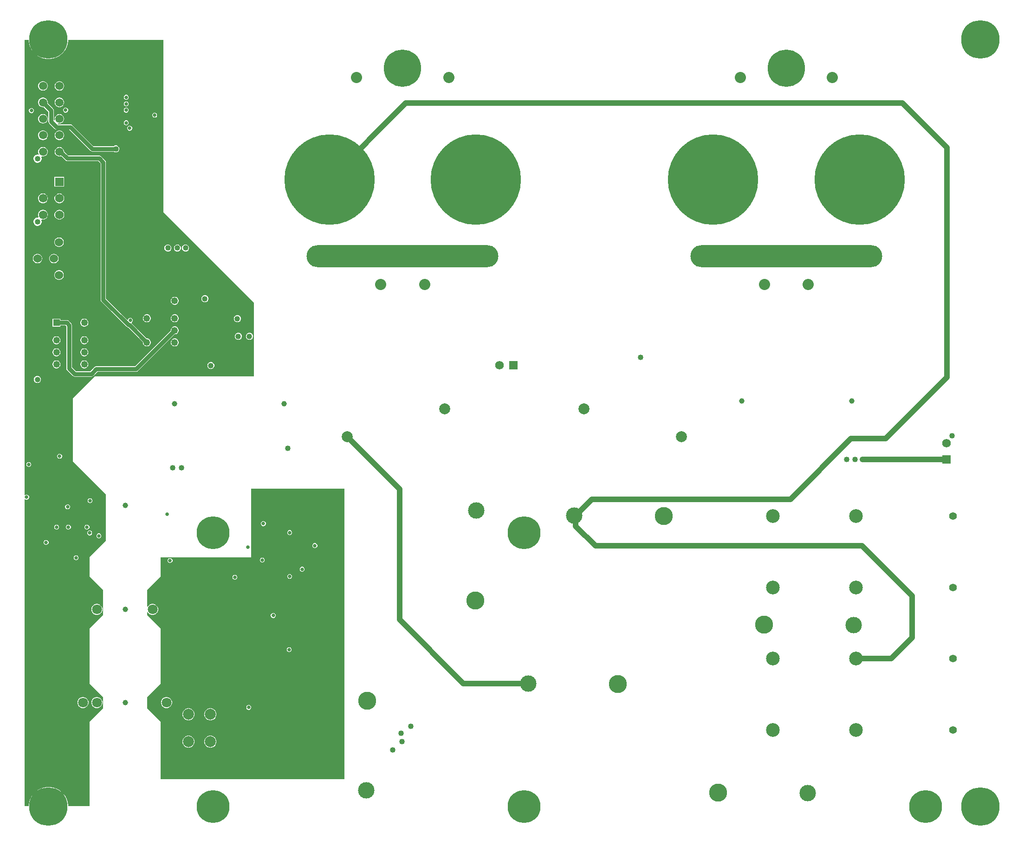
<source format=gbr>
%TF.GenerationSoftware,Altium Limited,Altium Designer,24.2.2 (26)*%
G04 Layer_Physical_Order=3*
G04 Layer_Color=16440176*
%FSLAX45Y45*%
%MOMM*%
%TF.SameCoordinates,E62911D3-7CC7-41A5-B2DD-A777233C8753*%
%TF.FilePolarity,Positive*%
%TF.FileFunction,Copper,L3,Inr,Signal*%
%TF.Part,Single*%
G01*
G75*
%TA.AperFunction,Conductor*%
%ADD54C,1.01600*%
%ADD55C,0.76200*%
%TA.AperFunction,ComponentPad*%
%ADD56C,3.30000*%
%ADD57C,3.00000*%
%ADD58C,7.00000*%
%ADD59C,6.00000*%
%ADD60C,1.40000*%
%ADD61C,2.50000*%
%ADD62O,35.00000X4.00000*%
%ADD63C,2.03200*%
%ADD64C,6.80000*%
%ADD65C,16.50000*%
%ADD66C,1.52400*%
%TA.AperFunction,WasherPad*%
%ADD67C,1.00000*%
%TA.AperFunction,ComponentPad*%
%ADD68C,2.00000*%
%ADD69C,1.57000*%
%ADD70R,1.57000X1.57000*%
%ADD71C,1.80000*%
%ADD72R,1.25000X1.25000*%
%ADD73C,1.25000*%
%ADD74R,1.57000X1.57000*%
%ADD75C,1.02000*%
%ADD76C,1.52000*%
%TA.AperFunction,ViaPad*%
%ADD78C,0.63500*%
%ADD79C,1.01600*%
G36*
X2600000Y11350000D02*
X4250000Y9700000D01*
Y8350000D01*
X1350000D01*
X950000Y7950000D01*
X950000D01*
Y6800000D01*
X1550000Y6200000D01*
Y5350000D01*
X1250000Y5050000D01*
Y4700000D01*
X1500000Y4450000D01*
X1500000Y4000000D01*
X1250000Y3750000D01*
Y2750000D01*
X1500000Y2500000D01*
Y2300000D01*
X1250000Y2050000D01*
Y511255D01*
X860160D01*
Y528345D01*
X851292Y584338D01*
X833774Y638253D01*
X808037Y688765D01*
X774715Y734629D01*
X734629Y774715D01*
X688765Y808037D01*
X638253Y833774D01*
X584338Y851292D01*
X528345Y860160D01*
X471655D01*
X415662Y851292D01*
X361747Y833774D01*
X311235Y808037D01*
X265371Y774715D01*
X225285Y734629D01*
X191963Y688765D01*
X166226Y638253D01*
X148708Y584338D01*
X139840Y528345D01*
Y511255D01*
X61338D01*
Y6106240D01*
X74038Y6111500D01*
X76421Y6109117D01*
X92758Y6102350D01*
X110442D01*
X126779Y6109117D01*
X139283Y6121621D01*
X146050Y6137958D01*
Y6155642D01*
X139283Y6171979D01*
X126779Y6184483D01*
X110442Y6191250D01*
X92758D01*
X76421Y6184483D01*
X74038Y6182100D01*
X61338Y6187360D01*
Y14488745D01*
X139840D01*
Y14471655D01*
X148708Y14415662D01*
X166226Y14361746D01*
X191963Y14311235D01*
X225285Y14265372D01*
X265371Y14225285D01*
X311235Y14191963D01*
X361747Y14166226D01*
X415662Y14148708D01*
X471655Y14139841D01*
X528345D01*
X584338Y14148708D01*
X638253Y14166226D01*
X688765Y14191963D01*
X734629Y14225285D01*
X774715Y14265372D01*
X808037Y14311235D01*
X833774Y14361746D01*
X851292Y14415662D01*
X860160Y14471655D01*
Y14488745D01*
X2600000D01*
Y11350000D01*
D02*
G37*
G36*
X5900000Y1000000D02*
X2550000D01*
Y2050000D01*
X2300000Y2300000D01*
Y2500000D01*
X2550000Y2750000D01*
Y3750000D01*
X2300000Y4000000D01*
X2300000D01*
Y4047485D01*
X2312700Y4050888D01*
X2319852Y4038500D01*
X2338501Y4019852D01*
X2361340Y4006666D01*
X2386814Y3999840D01*
X2413187D01*
X2438661Y4006666D01*
X2461500Y4019852D01*
X2480148Y4038500D01*
X2493334Y4061339D01*
X2500160Y4086813D01*
Y4113186D01*
X2493334Y4138660D01*
X2480148Y4161499D01*
X2461500Y4180148D01*
X2438661Y4193334D01*
X2413187Y4200159D01*
X2386814D01*
X2361340Y4193334D01*
X2338501Y4180148D01*
X2319852Y4161499D01*
X2312700Y4149111D01*
X2300000Y4152514D01*
Y4450000D01*
X2550000Y4700000D01*
Y5050000D01*
X4200000D01*
Y6300000D01*
X5900000D01*
Y1000000D01*
D02*
G37*
%LPC*%
G36*
X711343Y13736160D02*
X688657D01*
X666743Y13730289D01*
X647096Y13718945D01*
X631055Y13702904D01*
X619712Y13683257D01*
X613840Y13661343D01*
Y13638657D01*
X619712Y13616743D01*
X631055Y13597096D01*
X647096Y13581055D01*
X666743Y13569711D01*
X688657Y13563840D01*
X711343D01*
X733256Y13569711D01*
X752903Y13581055D01*
X768945Y13597096D01*
X780288Y13616743D01*
X786160Y13638657D01*
Y13661343D01*
X780288Y13683257D01*
X768945Y13702904D01*
X752903Y13718945D01*
X733256Y13730289D01*
X711343Y13736160D01*
D02*
G37*
G36*
X411343D02*
X388657D01*
X366743Y13730289D01*
X347097Y13718945D01*
X331055Y13702904D01*
X319712Y13683257D01*
X313840Y13661343D01*
Y13638657D01*
X319712Y13616743D01*
X331055Y13597096D01*
X347097Y13581055D01*
X366743Y13569711D01*
X388657Y13563840D01*
X411343D01*
X433256Y13569711D01*
X452903Y13581055D01*
X468945Y13597096D01*
X480288Y13616743D01*
X486160Y13638657D01*
Y13661343D01*
X480288Y13683257D01*
X468945Y13702904D01*
X452903Y13718945D01*
X433256Y13730289D01*
X411343Y13736160D01*
D02*
G37*
G36*
X1926542Y13486740D02*
X1908858D01*
X1892521Y13479971D01*
X1880017Y13467468D01*
X1873250Y13451131D01*
Y13433447D01*
X1880017Y13417111D01*
X1892521Y13404607D01*
X1908858Y13397839D01*
X1926542D01*
X1942879Y13404607D01*
X1955383Y13417111D01*
X1962150Y13433447D01*
Y13451131D01*
X1955383Y13467468D01*
X1942879Y13479971D01*
X1926542Y13486740D01*
D02*
G37*
G36*
Y13366400D02*
X1908858D01*
X1892521Y13359633D01*
X1880017Y13347128D01*
X1873250Y13330792D01*
Y13313109D01*
X1880017Y13296771D01*
X1892521Y13284268D01*
X1908858Y13277499D01*
X1926542D01*
X1942879Y13284268D01*
X1955383Y13296771D01*
X1962150Y13313109D01*
Y13330792D01*
X1955383Y13347128D01*
X1942879Y13359633D01*
X1926542Y13366400D01*
D02*
G37*
G36*
X711343Y13436160D02*
X688657D01*
X666743Y13430289D01*
X647096Y13418945D01*
X631055Y13402904D01*
X619712Y13383257D01*
X613840Y13361343D01*
Y13338657D01*
X619712Y13316743D01*
X631055Y13297096D01*
X647096Y13281055D01*
X666743Y13269711D01*
X688657Y13263840D01*
X711343D01*
X733256Y13269711D01*
X752903Y13281055D01*
X768945Y13297096D01*
X780288Y13316743D01*
X786160Y13338657D01*
Y13361343D01*
X780288Y13383257D01*
X768945Y13402904D01*
X752903Y13418945D01*
X733256Y13430289D01*
X711343Y13436160D01*
D02*
G37*
G36*
X1926542Y13252451D02*
X1908858D01*
X1892521Y13245683D01*
X1880017Y13233179D01*
X1873250Y13216843D01*
Y13199158D01*
X1880017Y13182822D01*
X1892521Y13170317D01*
X1908858Y13163550D01*
X1926542D01*
X1942879Y13170317D01*
X1955383Y13182822D01*
X1962150Y13199158D01*
Y13216843D01*
X1955383Y13233179D01*
X1942879Y13245683D01*
X1926542Y13252451D01*
D02*
G37*
G36*
X821642D02*
X803958D01*
X787621Y13245683D01*
X775117Y13233179D01*
X768350Y13216843D01*
Y13199158D01*
X775117Y13182822D01*
X787621Y13170317D01*
X803958Y13163550D01*
X821642D01*
X837979Y13170317D01*
X850483Y13182822D01*
X857250Y13199158D01*
Y13216843D01*
X850483Y13233179D01*
X837979Y13245683D01*
X821642Y13252451D01*
D02*
G37*
G36*
X197976Y13243896D02*
X180292D01*
X163955Y13237131D01*
X151451Y13224626D01*
X144684Y13208289D01*
Y13190607D01*
X151451Y13174269D01*
X163955Y13161765D01*
X180292Y13154997D01*
X197976D01*
X214313Y13161765D01*
X226817Y13174269D01*
X233584Y13190607D01*
Y13208289D01*
X226817Y13224626D01*
X214313Y13237131D01*
X197976Y13243896D01*
D02*
G37*
G36*
X2446034Y13159843D02*
X2428351D01*
X2412014Y13153076D01*
X2399510Y13140572D01*
X2392742Y13124236D01*
Y13106551D01*
X2399510Y13090215D01*
X2412014Y13077710D01*
X2428351Y13070943D01*
X2446034D01*
X2462371Y13077710D01*
X2474875Y13090215D01*
X2481642Y13106551D01*
Y13124236D01*
X2474875Y13140572D01*
X2462371Y13153076D01*
X2446034Y13159843D01*
D02*
G37*
G36*
X411343Y13436160D02*
X388657D01*
X366743Y13430289D01*
X347097Y13418945D01*
X331055Y13402904D01*
X319712Y13383257D01*
X313840Y13361343D01*
Y13338657D01*
X319712Y13316743D01*
X331055Y13297096D01*
X347097Y13281055D01*
X366743Y13269711D01*
X388657Y13263840D01*
X411343D01*
X415468Y13264944D01*
X500795Y13179619D01*
Y13000000D01*
X504540Y12981171D01*
X515206Y12965205D01*
X615207Y12865205D01*
X631170Y12854539D01*
X650000Y12850793D01*
X879619D01*
X1265207Y12465206D01*
X1281170Y12454540D01*
X1300000Y12450795D01*
X1690418D01*
X1695045Y12446167D01*
X1718384Y12436500D01*
X1743646D01*
X1766985Y12446167D01*
X1784848Y12464030D01*
X1794515Y12487369D01*
Y12512631D01*
X1784848Y12535970D01*
X1766985Y12553833D01*
X1743646Y12563500D01*
X1718384D01*
X1695045Y12553833D01*
X1690418Y12549205D01*
X1320382D01*
X934794Y12934793D01*
X918830Y12945461D01*
X900000Y12949205D01*
X674755D01*
X666945Y12958276D01*
X679778Y12966219D01*
X688657Y12963840D01*
X711343D01*
X733256Y12969711D01*
X752903Y12981055D01*
X768945Y12997096D01*
X780288Y13016743D01*
X786160Y13038657D01*
Y13061343D01*
X780288Y13083257D01*
X768945Y13102904D01*
X752903Y13118945D01*
X733256Y13130289D01*
X711343Y13136160D01*
X688657D01*
X666743Y13130289D01*
X647096Y13118945D01*
X631055Y13102904D01*
X619712Y13083257D01*
X613840Y13061343D01*
Y13038657D01*
X616219Y13029778D01*
X608276Y13016945D01*
X599205Y13024754D01*
Y13200000D01*
X595460Y13218829D01*
X584793Y13234793D01*
X485055Y13334532D01*
X486160Y13338657D01*
Y13361343D01*
X480288Y13383257D01*
X468945Y13402904D01*
X452903Y13418945D01*
X433256Y13430289D01*
X411343Y13436160D01*
D02*
G37*
G36*
Y13136160D02*
X388657D01*
X366743Y13130289D01*
X347097Y13118945D01*
X331055Y13102904D01*
X319712Y13083257D01*
X313840Y13061343D01*
Y13038657D01*
X319712Y13016743D01*
X331055Y12997096D01*
X347097Y12981055D01*
X366743Y12969711D01*
X388657Y12963840D01*
X411343D01*
X433256Y12969711D01*
X452903Y12981055D01*
X468945Y12997096D01*
X480288Y13016743D01*
X486160Y13038657D01*
Y13061343D01*
X480288Y13083257D01*
X468945Y13102904D01*
X452903Y13118945D01*
X433256Y13130289D01*
X411343Y13136160D01*
D02*
G37*
G36*
X1926542Y13021973D02*
X1908858D01*
X1892521Y13015205D01*
X1880017Y13002701D01*
X1873250Y12986365D01*
Y12968681D01*
X1880017Y12952344D01*
X1892521Y12939841D01*
X1908858Y12933072D01*
X1926542D01*
X1942879Y12939841D01*
X1955383Y12952344D01*
X1962150Y12968681D01*
Y12986365D01*
X1955383Y13002701D01*
X1942879Y13015205D01*
X1926542Y13021973D01*
D02*
G37*
G36*
X1990202Y12922090D02*
X1972518D01*
X1956181Y12915323D01*
X1943677Y12902818D01*
X1936910Y12886482D01*
Y12868797D01*
X1943677Y12852461D01*
X1956181Y12839957D01*
X1972518Y12833189D01*
X1990202D01*
X2006539Y12839957D01*
X2019043Y12852461D01*
X2025810Y12868797D01*
Y12886482D01*
X2019043Y12902818D01*
X2006539Y12915323D01*
X1990202Y12922090D01*
D02*
G37*
G36*
X711343Y12836160D02*
X688657D01*
X666743Y12830289D01*
X647096Y12818945D01*
X631055Y12802904D01*
X619712Y12783256D01*
X613840Y12761343D01*
Y12738657D01*
X619712Y12716743D01*
X631055Y12697097D01*
X647096Y12681055D01*
X666743Y12669712D01*
X688657Y12663840D01*
X711343D01*
X733256Y12669712D01*
X752903Y12681055D01*
X768945Y12697097D01*
X780288Y12716743D01*
X786160Y12738657D01*
Y12761343D01*
X780288Y12783256D01*
X768945Y12802904D01*
X752903Y12818945D01*
X733256Y12830289D01*
X711343Y12836160D01*
D02*
G37*
G36*
X411343D02*
X388657D01*
X366743Y12830289D01*
X347097Y12818945D01*
X331055Y12802904D01*
X319712Y12783256D01*
X313840Y12761343D01*
Y12738657D01*
X319712Y12716743D01*
X331055Y12697097D01*
X347097Y12681055D01*
X366743Y12669712D01*
X388657Y12663840D01*
X411343D01*
X433256Y12669712D01*
X452903Y12681055D01*
X468945Y12697097D01*
X480288Y12716743D01*
X486160Y12738657D01*
Y12761343D01*
X480288Y12783256D01*
X468945Y12802904D01*
X452903Y12818945D01*
X433256Y12830289D01*
X411343Y12836160D01*
D02*
G37*
G36*
Y12536160D02*
X388657D01*
X366743Y12530288D01*
X347097Y12518945D01*
X331055Y12502903D01*
X319712Y12483256D01*
X313840Y12461343D01*
Y12438657D01*
X319712Y12416744D01*
X324661Y12408171D01*
X316293Y12397265D01*
X312058Y12398400D01*
X291942D01*
X272511Y12393193D01*
X255089Y12383135D01*
X240865Y12368910D01*
X230807Y12351489D01*
X225600Y12332058D01*
Y12311942D01*
X230807Y12292511D01*
X240865Y12275089D01*
X255089Y12260865D01*
X272511Y12250807D01*
X291942Y12245600D01*
X312058D01*
X331489Y12250807D01*
X348910Y12260865D01*
X363135Y12275089D01*
X373193Y12292511D01*
X378400Y12311942D01*
Y12332058D01*
X373193Y12351489D01*
X370907Y12355448D01*
X379276Y12366354D01*
X388657Y12363840D01*
X411343D01*
X433256Y12369712D01*
X452903Y12381055D01*
X468945Y12397097D01*
X480288Y12416744D01*
X486160Y12438657D01*
Y12461343D01*
X480288Y12483256D01*
X468945Y12502903D01*
X452903Y12518945D01*
X433256Y12530288D01*
X411343Y12536160D01*
D02*
G37*
G36*
X788660Y11988660D02*
X611340D01*
Y11811340D01*
X788660D01*
Y11988660D01*
D02*
G37*
G36*
X711672Y11688660D02*
X688328D01*
X665779Y11682618D01*
X645562Y11670946D01*
X629054Y11654438D01*
X617382Y11634221D01*
X611340Y11611672D01*
Y11588328D01*
X617382Y11565778D01*
X629054Y11545561D01*
X645562Y11529054D01*
X665779Y11517382D01*
X688328Y11511340D01*
X711672D01*
X734222Y11517382D01*
X754439Y11529054D01*
X770946Y11545561D01*
X782618Y11565778D01*
X788660Y11588328D01*
Y11611672D01*
X782618Y11634221D01*
X770946Y11654438D01*
X754439Y11670946D01*
X734222Y11682618D01*
X711672Y11688660D01*
D02*
G37*
G36*
X411672D02*
X388328D01*
X365779Y11682618D01*
X345561Y11670946D01*
X329054Y11654438D01*
X317382Y11634221D01*
X311340Y11611672D01*
Y11588328D01*
X317382Y11565778D01*
X329054Y11545561D01*
X345561Y11529054D01*
X365779Y11517382D01*
X388328Y11511340D01*
X411672D01*
X434221Y11517382D01*
X454439Y11529054D01*
X470946Y11545561D01*
X482618Y11565778D01*
X488660Y11588328D01*
Y11611672D01*
X482618Y11634221D01*
X470946Y11654438D01*
X454439Y11670946D01*
X434221Y11682618D01*
X411672Y11688660D01*
D02*
G37*
G36*
Y11388660D02*
X388328D01*
X365779Y11382618D01*
X345561Y11370946D01*
X329054Y11354439D01*
X317382Y11334221D01*
X311340Y11311672D01*
Y11288328D01*
X317382Y11265779D01*
X321246Y11259086D01*
X312877Y11248180D01*
X312058Y11248400D01*
X291942D01*
X272511Y11243193D01*
X255090Y11233135D01*
X240865Y11218911D01*
X230807Y11201489D01*
X225600Y11182058D01*
Y11161942D01*
X230807Y11142511D01*
X240865Y11125090D01*
X255090Y11110865D01*
X272511Y11100807D01*
X291942Y11095600D01*
X312058D01*
X331489Y11100807D01*
X348911Y11110865D01*
X363135Y11125090D01*
X373193Y11142511D01*
X378400Y11161942D01*
Y11182058D01*
X373193Y11201489D01*
X372676Y11202386D01*
X381044Y11213292D01*
X388328Y11211340D01*
X411672D01*
X434221Y11217382D01*
X454439Y11229054D01*
X470946Y11245561D01*
X482618Y11265779D01*
X488660Y11288328D01*
Y11311672D01*
X482618Y11334221D01*
X470946Y11354439D01*
X454439Y11370946D01*
X434221Y11382618D01*
X411672Y11388660D01*
D02*
G37*
G36*
X711672D02*
X688328D01*
X665779Y11382618D01*
X645562Y11370946D01*
X629054Y11354439D01*
X617382Y11334221D01*
X611340Y11311672D01*
Y11288328D01*
X617382Y11265779D01*
X629054Y11245561D01*
X645562Y11229054D01*
X665779Y11217382D01*
X688328Y11211340D01*
X711672D01*
X734222Y11217382D01*
X754439Y11229054D01*
X770946Y11245561D01*
X782618Y11265779D01*
X788660Y11288328D01*
Y11311672D01*
X782618Y11334221D01*
X770946Y11354439D01*
X754439Y11370946D01*
X734222Y11382618D01*
X711672Y11388660D01*
D02*
G37*
G36*
X705370Y10886359D02*
X682631D01*
X660666Y10880474D01*
X640974Y10869104D01*
X624895Y10853025D01*
X613525Y10833333D01*
X607640Y10811369D01*
Y10788629D01*
X613525Y10766665D01*
X624895Y10746973D01*
X640974Y10730894D01*
X660666Y10719524D01*
X682631Y10713639D01*
X705370D01*
X727334Y10719524D01*
X747026Y10730894D01*
X763105Y10746973D01*
X774475Y10766665D01*
X780360Y10788629D01*
Y10811369D01*
X774475Y10833333D01*
X763105Y10853025D01*
X747026Y10869104D01*
X727334Y10880474D01*
X705370Y10886359D01*
D02*
G37*
G36*
X3014032Y10756900D02*
X2988770D01*
X2965431Y10747233D01*
X2947568Y10729370D01*
X2937901Y10706031D01*
Y10680769D01*
X2947568Y10657430D01*
X2965431Y10639567D01*
X2988770Y10629900D01*
X3014032D01*
X3037371Y10639567D01*
X3055234Y10657430D01*
X3064901Y10680769D01*
Y10706031D01*
X3055234Y10729370D01*
X3037371Y10747233D01*
X3014032Y10756900D01*
D02*
G37*
G36*
X2863781D02*
X2838519D01*
X2815180Y10747233D01*
X2797317Y10729370D01*
X2787650Y10706031D01*
Y10680769D01*
X2797317Y10657430D01*
X2815180Y10639567D01*
X2838519Y10629900D01*
X2863781D01*
X2887120Y10639567D01*
X2904983Y10657430D01*
X2914650Y10680769D01*
Y10706031D01*
X2904983Y10729370D01*
X2887120Y10747233D01*
X2863781Y10756900D01*
D02*
G37*
G36*
X2692331D02*
X2667069D01*
X2643730Y10747233D01*
X2625867Y10729370D01*
X2616200Y10706031D01*
Y10680769D01*
X2625867Y10657430D01*
X2643730Y10639567D01*
X2667069Y10629900D01*
X2692331D01*
X2715670Y10639567D01*
X2733533Y10657430D01*
X2743200Y10680769D01*
Y10706031D01*
X2733533Y10729370D01*
X2715670Y10747233D01*
X2692331Y10756900D01*
D02*
G37*
G36*
X611370Y10586360D02*
X588631D01*
X566666Y10580475D01*
X546974Y10569105D01*
X530895Y10553026D01*
X519525Y10533334D01*
X513640Y10511370D01*
Y10488631D01*
X519525Y10466666D01*
X530895Y10446974D01*
X546974Y10430895D01*
X566666Y10419525D01*
X588631Y10413640D01*
X611370D01*
X633334Y10419525D01*
X653026Y10430895D01*
X669105Y10446974D01*
X680475Y10466666D01*
X686360Y10488631D01*
Y10511370D01*
X680475Y10533334D01*
X669105Y10553026D01*
X653026Y10569105D01*
X633334Y10580475D01*
X611370Y10586360D01*
D02*
G37*
G36*
X311370D02*
X288631D01*
X266666Y10580475D01*
X246974Y10569105D01*
X230895Y10553026D01*
X219525Y10533334D01*
X213640Y10511370D01*
Y10488631D01*
X219525Y10466666D01*
X230895Y10446974D01*
X246974Y10430895D01*
X266666Y10419525D01*
X288631Y10413640D01*
X311370D01*
X333334Y10419525D01*
X353026Y10430895D01*
X369105Y10446974D01*
X380475Y10466666D01*
X386360Y10488631D01*
Y10511370D01*
X380475Y10533334D01*
X369105Y10553026D01*
X353026Y10569105D01*
X333334Y10580475D01*
X311370Y10586360D01*
D02*
G37*
G36*
X705370Y10286360D02*
X682631D01*
X660666Y10280475D01*
X640974Y10269105D01*
X624895Y10253026D01*
X613525Y10233334D01*
X607640Y10211370D01*
Y10188631D01*
X613525Y10166666D01*
X624895Y10146974D01*
X640974Y10130895D01*
X660666Y10119525D01*
X682631Y10113640D01*
X705370D01*
X727334Y10119525D01*
X747026Y10130895D01*
X763105Y10146974D01*
X774475Y10166666D01*
X780360Y10188631D01*
Y10211370D01*
X774475Y10233334D01*
X763105Y10253026D01*
X747026Y10269105D01*
X727334Y10280475D01*
X705370Y10286360D01*
D02*
G37*
G36*
X3365431Y9829800D02*
X3340169D01*
X3316830Y9820133D01*
X3298967Y9802270D01*
X3289300Y9778931D01*
Y9753669D01*
X3298967Y9730330D01*
X3316830Y9712467D01*
X3340169Y9702800D01*
X3365431D01*
X3388770Y9712467D01*
X3406633Y9730330D01*
X3416300Y9753669D01*
Y9778931D01*
X3406633Y9802270D01*
X3388770Y9820133D01*
X3365431Y9829800D01*
D02*
G37*
G36*
X2813566Y9802660D02*
X2794434D01*
X2775954Y9797708D01*
X2759386Y9788142D01*
X2745858Y9774614D01*
X2736292Y9758046D01*
X2731340Y9739566D01*
Y9720434D01*
X2736292Y9701954D01*
X2745858Y9685386D01*
X2759386Y9671858D01*
X2775954Y9662292D01*
X2794434Y9657340D01*
X2813566D01*
X2832046Y9662292D01*
X2848614Y9671858D01*
X2862142Y9685386D01*
X2871708Y9701954D01*
X2876660Y9720434D01*
Y9739566D01*
X2871708Y9758046D01*
X2862142Y9774614D01*
X2848614Y9788142D01*
X2832046Y9797708D01*
X2813566Y9802660D01*
D02*
G37*
G36*
X3959791Y9467887D02*
X3934529D01*
X3911190Y9458220D01*
X3893327Y9440357D01*
X3883660Y9417018D01*
Y9391756D01*
X3893327Y9368417D01*
X3911190Y9350555D01*
X3934529Y9340887D01*
X3959791D01*
X3983130Y9350555D01*
X4000993Y9368417D01*
X4010660Y9391756D01*
Y9417018D01*
X4000993Y9440357D01*
X3983130Y9458220D01*
X3959791Y9467887D01*
D02*
G37*
G36*
X2813566Y9482660D02*
X2794434D01*
X2775954Y9477708D01*
X2759386Y9468142D01*
X2745858Y9454614D01*
X2736292Y9438046D01*
X2731340Y9419566D01*
Y9400434D01*
X2736292Y9381954D01*
X2745858Y9365386D01*
X2759386Y9351858D01*
X2775954Y9342292D01*
X2794434Y9337340D01*
X2813566D01*
X2832046Y9342292D01*
X2848614Y9351858D01*
X2862142Y9365386D01*
X2871708Y9381954D01*
X2876660Y9400434D01*
Y9419566D01*
X2871708Y9438046D01*
X2862142Y9454614D01*
X2848614Y9468142D01*
X2832046Y9477708D01*
X2813566Y9482660D01*
D02*
G37*
G36*
X2305566D02*
X2286434D01*
X2267954Y9477708D01*
X2251386Y9468142D01*
X2237858Y9454614D01*
X2228292Y9438046D01*
X2223340Y9419566D01*
Y9400434D01*
X2228292Y9381954D01*
X2237858Y9365386D01*
X2251386Y9351858D01*
X2267954Y9342292D01*
X2286434Y9337340D01*
X2305566D01*
X2324046Y9342292D01*
X2340614Y9351858D01*
X2354142Y9365386D01*
X2363708Y9381954D01*
X2368660Y9400434D01*
Y9419566D01*
X2363708Y9438046D01*
X2354142Y9454614D01*
X2340614Y9468142D01*
X2324046Y9477708D01*
X2305566Y9482660D01*
D02*
G37*
G36*
X1163566Y9402660D02*
X1144434D01*
X1125954Y9397708D01*
X1109386Y9388142D01*
X1095858Y9374614D01*
X1086292Y9358046D01*
X1081340Y9339566D01*
Y9320434D01*
X1086292Y9301954D01*
X1095858Y9285386D01*
X1109386Y9271858D01*
X1125954Y9262292D01*
X1144434Y9257340D01*
X1163566D01*
X1182046Y9262292D01*
X1198614Y9271858D01*
X1212142Y9285386D01*
X1221708Y9301954D01*
X1226660Y9320434D01*
Y9339566D01*
X1221708Y9358046D01*
X1212142Y9374614D01*
X1198614Y9388142D01*
X1182046Y9397708D01*
X1163566Y9402660D01*
D02*
G37*
G36*
X4178231Y9144000D02*
X4152969D01*
X4129630Y9134333D01*
X4111767Y9116470D01*
X4102100Y9093131D01*
Y9067869D01*
X4111767Y9044530D01*
X4129630Y9026667D01*
X4152969Y9017000D01*
X4178231D01*
X4201570Y9026667D01*
X4219433Y9044530D01*
X4229100Y9067869D01*
Y9093131D01*
X4219433Y9116470D01*
X4201570Y9134333D01*
X4178231Y9144000D01*
D02*
G37*
G36*
X3975031D02*
X3949769D01*
X3926430Y9134333D01*
X3908567Y9116470D01*
X3898900Y9093131D01*
Y9067869D01*
X3908567Y9044530D01*
X3926430Y9026667D01*
X3949769Y9017000D01*
X3975031D01*
X3998370Y9026667D01*
X4016233Y9044530D01*
X4025900Y9067869D01*
Y9093131D01*
X4016233Y9116470D01*
X3998370Y9134333D01*
X3975031Y9144000D01*
D02*
G37*
G36*
X1163566Y9082660D02*
X1144434D01*
X1125954Y9077708D01*
X1109386Y9068142D01*
X1095858Y9054614D01*
X1086292Y9038045D01*
X1081340Y9019566D01*
Y9000434D01*
X1086292Y8981954D01*
X1095858Y8965385D01*
X1109386Y8951857D01*
X1125954Y8942291D01*
X1144434Y8937340D01*
X1163566D01*
X1182046Y8942291D01*
X1198614Y8951857D01*
X1212142Y8965385D01*
X1221708Y8981954D01*
X1226660Y9000434D01*
Y9019566D01*
X1221708Y9038045D01*
X1212142Y9054614D01*
X1198614Y9068142D01*
X1182046Y9077708D01*
X1163566Y9082660D01*
D02*
G37*
G36*
X655566D02*
X636434D01*
X617954Y9077708D01*
X601386Y9068142D01*
X587858Y9054614D01*
X578292Y9038045D01*
X573340Y9019566D01*
Y9000434D01*
X578292Y8981954D01*
X587858Y8965385D01*
X601386Y8951857D01*
X617954Y8942291D01*
X636434Y8937340D01*
X655566D01*
X674046Y8942291D01*
X690614Y8951857D01*
X704142Y8965385D01*
X713708Y8981954D01*
X718660Y9000434D01*
Y9019566D01*
X713708Y9038045D01*
X704142Y9054614D01*
X690614Y9068142D01*
X674046Y9077708D01*
X655566Y9082660D01*
D02*
G37*
G36*
X2813566Y9042660D02*
X2794434D01*
X2775954Y9037708D01*
X2759386Y9028142D01*
X2745858Y9014614D01*
X2736292Y8998046D01*
X2731340Y8979566D01*
Y8960434D01*
X2736292Y8941954D01*
X2745858Y8925386D01*
X2759386Y8911858D01*
X2775954Y8902292D01*
X2794434Y8897340D01*
X2813566D01*
X2832046Y8902292D01*
X2848614Y8911858D01*
X2862142Y8925386D01*
X2871708Y8941954D01*
X2876660Y8960434D01*
Y8979566D01*
X2871708Y8998046D01*
X2862142Y9014614D01*
X2848614Y9028142D01*
X2832046Y9037708D01*
X2813566Y9042660D01*
D02*
G37*
G36*
X711343Y12536160D02*
X688657D01*
X666743Y12530288D01*
X647096Y12518945D01*
X631055Y12502903D01*
X619712Y12483256D01*
X613840Y12461343D01*
Y12438657D01*
X619712Y12416744D01*
X631055Y12397097D01*
X647096Y12381055D01*
X666743Y12369712D01*
X688657Y12363840D01*
X711343D01*
X731644Y12369280D01*
X807985Y12292940D01*
X823948Y12282273D01*
X842778Y12278528D01*
X1407248D01*
X1450795Y12234982D01*
Y9749757D01*
X1454540Y9730927D01*
X1465207Y9714963D01*
X1924913Y9255257D01*
X1940876Y9244590D01*
X1954541Y9241872D01*
X2223340Y8973073D01*
Y8960434D01*
X2228292Y8941954D01*
X2237858Y8925386D01*
X2251386Y8911858D01*
X2267954Y8902292D01*
X2286434Y8897340D01*
X2305566D01*
X2324046Y8902292D01*
X2340614Y8911858D01*
X2354142Y8925386D01*
X2363708Y8941954D01*
X2368660Y8960434D01*
Y8979566D01*
X2363708Y8998046D01*
X2354142Y9014614D01*
X2340614Y9028142D01*
X2324046Y9037708D01*
X2305566Y9042660D01*
X2292927D01*
X2015782Y9319805D01*
X2018081Y9334504D01*
X2019079Y9334917D01*
X2031583Y9347421D01*
X2038350Y9363758D01*
Y9381442D01*
X2031583Y9397779D01*
X2019079Y9410283D01*
X2002742Y9417050D01*
X1985058D01*
X1968721Y9410283D01*
X1956217Y9397779D01*
X1951328Y9385976D01*
X1937717Y9381627D01*
X1549205Y9770138D01*
Y12255363D01*
X1545460Y12274193D01*
X1534793Y12290157D01*
X1462423Y12362527D01*
X1446460Y12373193D01*
X1427630Y12376939D01*
X863160D01*
X786160Y12453939D01*
Y12461343D01*
X780288Y12483256D01*
X768945Y12502903D01*
X752903Y12518945D01*
X733256Y12530288D01*
X711343Y12536160D01*
D02*
G37*
G36*
X1163566Y8862660D02*
X1144434D01*
X1125954Y8857708D01*
X1109386Y8848142D01*
X1095858Y8834614D01*
X1086292Y8818046D01*
X1081340Y8799566D01*
Y8780434D01*
X1086292Y8761954D01*
X1095858Y8745386D01*
X1109386Y8731858D01*
X1125954Y8722292D01*
X1144434Y8717340D01*
X1163566D01*
X1182046Y8722292D01*
X1198614Y8731858D01*
X1212142Y8745386D01*
X1221708Y8761954D01*
X1226660Y8780434D01*
Y8799566D01*
X1221708Y8818046D01*
X1212142Y8834614D01*
X1198614Y8848142D01*
X1182046Y8857708D01*
X1163566Y8862660D01*
D02*
G37*
G36*
X655566D02*
X636434D01*
X617954Y8857708D01*
X601386Y8848142D01*
X587858Y8834614D01*
X578292Y8818046D01*
X573340Y8799566D01*
Y8780434D01*
X578292Y8761954D01*
X587858Y8745386D01*
X601386Y8731858D01*
X617954Y8722292D01*
X636434Y8717340D01*
X655566D01*
X674046Y8722292D01*
X690614Y8731858D01*
X704142Y8745386D01*
X713708Y8761954D01*
X718660Y8780434D01*
Y8799566D01*
X713708Y8818046D01*
X704142Y8834614D01*
X690614Y8848142D01*
X674046Y8857708D01*
X655566Y8862660D01*
D02*
G37*
G36*
X1163566Y8642660D02*
X1144434D01*
X1125954Y8637708D01*
X1109386Y8628142D01*
X1095858Y8614614D01*
X1086292Y8598046D01*
X1081340Y8579566D01*
Y8560434D01*
X1086292Y8541954D01*
X1095858Y8525386D01*
X1109386Y8511858D01*
X1125954Y8502292D01*
X1144434Y8497340D01*
X1163566D01*
X1182046Y8502292D01*
X1198614Y8511858D01*
X1212142Y8525386D01*
X1221708Y8541954D01*
X1226660Y8560434D01*
Y8579566D01*
X1221708Y8598046D01*
X1212142Y8614614D01*
X1198614Y8628142D01*
X1182046Y8637708D01*
X1163566Y8642660D01*
D02*
G37*
G36*
X655566D02*
X636434D01*
X617954Y8637708D01*
X601386Y8628142D01*
X587858Y8614614D01*
X578292Y8598046D01*
X573340Y8579566D01*
Y8560434D01*
X578292Y8541954D01*
X587858Y8525386D01*
X601386Y8511858D01*
X617954Y8502292D01*
X636434Y8497340D01*
X655566D01*
X674046Y8502292D01*
X690614Y8511858D01*
X704142Y8525386D01*
X713708Y8541954D01*
X718660Y8560434D01*
Y8579566D01*
X713708Y8598046D01*
X704142Y8614614D01*
X690614Y8628142D01*
X674046Y8637708D01*
X655566Y8642660D01*
D02*
G37*
G36*
X3473569Y8612800D02*
X3448307D01*
X3424968Y8603133D01*
X3407105Y8585270D01*
X3397438Y8561931D01*
Y8536669D01*
X3407105Y8513330D01*
X3424968Y8495467D01*
X3448307Y8485800D01*
X3473569D01*
X3496908Y8495467D01*
X3514771Y8513330D01*
X3524438Y8536669D01*
Y8561931D01*
X3514771Y8585270D01*
X3496908Y8603133D01*
X3473569Y8612800D01*
D02*
G37*
G36*
X718660Y9402660D02*
X573340D01*
Y9257340D01*
X718660D01*
Y9280794D01*
X811282D01*
X827095Y9264981D01*
Y8496300D01*
X830840Y8477470D01*
X841507Y8461507D01*
X943107Y8359907D01*
X959070Y8349240D01*
X977900Y8345495D01*
X1282700D01*
X1301530Y8349240D01*
X1317493Y8359907D01*
X1391981Y8434395D01*
X2097600D01*
X2116430Y8438140D01*
X2132393Y8448807D01*
X2800927Y9117340D01*
X2813566D01*
X2832046Y9122292D01*
X2848614Y9131858D01*
X2862142Y9145386D01*
X2871708Y9161954D01*
X2876660Y9180434D01*
Y9199566D01*
X2871708Y9218046D01*
X2862142Y9234614D01*
X2848614Y9248143D01*
X2832046Y9257708D01*
X2813566Y9262660D01*
X2794434D01*
X2775954Y9257708D01*
X2759386Y9248143D01*
X2745858Y9234614D01*
X2736292Y9218046D01*
X2731340Y9199566D01*
Y9186927D01*
X2077218Y8532805D01*
X1371600D01*
X1352770Y8529060D01*
X1336807Y8518393D01*
X1262319Y8443905D01*
X998281D01*
X925505Y8516681D01*
Y9285363D01*
X921760Y9304193D01*
X911093Y9320156D01*
X866456Y9364793D01*
X850493Y9375460D01*
X831663Y9379205D01*
X718660D01*
Y9402660D01*
D02*
G37*
G36*
X312631Y8359034D02*
X287369D01*
X264030Y8349367D01*
X246167Y8331504D01*
X236500Y8308165D01*
Y8282903D01*
X246167Y8259564D01*
X264030Y8241702D01*
X287369Y8232034D01*
X312631D01*
X335970Y8241702D01*
X353833Y8259564D01*
X363500Y8282903D01*
Y8308165D01*
X353833Y8331504D01*
X335970Y8349367D01*
X312631Y8359034D01*
D02*
G37*
G36*
X712602Y6937011D02*
X694919D01*
X678582Y6930243D01*
X666078Y6917739D01*
X659311Y6901402D01*
Y6883719D01*
X666078Y6867382D01*
X678582Y6854878D01*
X694919Y6848111D01*
X712602D01*
X728939Y6854878D01*
X741443Y6867382D01*
X748211Y6883719D01*
Y6901402D01*
X741443Y6917739D01*
X728939Y6930243D01*
X712602Y6937011D01*
D02*
G37*
G36*
X148542Y6788150D02*
X130858D01*
X114521Y6781383D01*
X102017Y6768879D01*
X95250Y6752542D01*
Y6734858D01*
X102017Y6718521D01*
X114521Y6706017D01*
X130858Y6699250D01*
X148542D01*
X164879Y6706017D01*
X177383Y6718521D01*
X184150Y6734858D01*
Y6752542D01*
X177383Y6768879D01*
X164879Y6781383D01*
X148542Y6788150D01*
D02*
G37*
G36*
X1266142Y6127750D02*
X1248458D01*
X1232121Y6120983D01*
X1219617Y6108479D01*
X1212850Y6092142D01*
Y6074458D01*
X1219617Y6058121D01*
X1232121Y6045617D01*
X1248458Y6038850D01*
X1266142D01*
X1282479Y6045617D01*
X1294983Y6058121D01*
X1301750Y6074458D01*
Y6092142D01*
X1294983Y6108479D01*
X1282479Y6120983D01*
X1266142Y6127750D01*
D02*
G37*
G36*
X858992Y6014200D02*
X841308D01*
X824971Y6007433D01*
X812467Y5994929D01*
X805700Y5978592D01*
Y5960908D01*
X812467Y5944571D01*
X824971Y5932067D01*
X841308Y5925300D01*
X858992D01*
X875329Y5932067D01*
X887833Y5944571D01*
X894600Y5960908D01*
Y5978592D01*
X887833Y5994929D01*
X875329Y6007433D01*
X858992Y6014200D01*
D02*
G37*
G36*
X872442Y5645150D02*
X854758D01*
X838421Y5638383D01*
X825917Y5625879D01*
X819150Y5609542D01*
Y5591858D01*
X825917Y5575521D01*
X838421Y5563017D01*
X854758Y5556250D01*
X872442D01*
X888779Y5563017D01*
X901283Y5575521D01*
X908050Y5591858D01*
Y5609542D01*
X901283Y5625879D01*
X888779Y5638383D01*
X872442Y5645150D01*
D02*
G37*
G36*
X656542D02*
X638858D01*
X622521Y5638383D01*
X610017Y5625879D01*
X603250Y5609542D01*
Y5591858D01*
X610017Y5575521D01*
X622521Y5563017D01*
X638858Y5556250D01*
X656542D01*
X672879Y5563017D01*
X685383Y5575521D01*
X692150Y5591858D01*
Y5609542D01*
X685383Y5625879D01*
X672879Y5638383D01*
X656542Y5645150D01*
D02*
G37*
G36*
X1211266Y5644074D02*
X1193583D01*
X1177246Y5637307D01*
X1164742Y5624803D01*
X1157974Y5608466D01*
Y5590783D01*
X1164742Y5574446D01*
X1177246Y5561942D01*
X1193583Y5555174D01*
X1211266D01*
X1227603Y5561942D01*
X1240107Y5574446D01*
X1246874Y5590783D01*
Y5608466D01*
X1240107Y5624803D01*
X1227603Y5637307D01*
X1211266Y5644074D01*
D02*
G37*
G36*
X1259929Y5537998D02*
X1242245D01*
X1225908Y5531231D01*
X1213404Y5518727D01*
X1206637Y5502390D01*
Y5484707D01*
X1213404Y5468370D01*
X1225908Y5455866D01*
X1242245Y5449098D01*
X1259929D01*
X1276266Y5455866D01*
X1288770Y5468370D01*
X1295537Y5484707D01*
Y5502390D01*
X1288770Y5518727D01*
X1276266Y5531231D01*
X1259929Y5537998D01*
D02*
G37*
G36*
X1428842Y5485349D02*
X1411158D01*
X1394821Y5478582D01*
X1382317Y5466078D01*
X1375550Y5449741D01*
Y5432058D01*
X1382317Y5415721D01*
X1394821Y5403217D01*
X1411158Y5396449D01*
X1428842D01*
X1445179Y5403217D01*
X1457683Y5415721D01*
X1464450Y5432058D01*
Y5449741D01*
X1457683Y5466078D01*
X1445179Y5478582D01*
X1428842Y5485349D01*
D02*
G37*
G36*
X466042Y5365750D02*
X448358D01*
X432021Y5358983D01*
X419517Y5346479D01*
X412750Y5330142D01*
Y5312458D01*
X419517Y5296121D01*
X432021Y5283617D01*
X448358Y5276850D01*
X466042D01*
X482379Y5283617D01*
X494883Y5296121D01*
X501650Y5312458D01*
Y5330142D01*
X494883Y5346479D01*
X482379Y5358983D01*
X466042Y5365750D01*
D02*
G37*
G36*
X1012142Y5086350D02*
X994458D01*
X978121Y5079583D01*
X965617Y5067079D01*
X958850Y5050742D01*
Y5033058D01*
X965617Y5016721D01*
X978121Y5004217D01*
X994458Y4997450D01*
X1012142D01*
X1028479Y5004217D01*
X1040983Y5016721D01*
X1047750Y5033058D01*
Y5050742D01*
X1040983Y5067079D01*
X1028479Y5079583D01*
X1012142Y5086350D01*
D02*
G37*
G36*
X1397187Y4200159D02*
X1370814D01*
X1345340Y4193334D01*
X1322501Y4180148D01*
X1303852Y4161499D01*
X1290666Y4138660D01*
X1283840Y4113186D01*
Y4086813D01*
X1290666Y4061339D01*
X1303852Y4038500D01*
X1322501Y4019852D01*
X1345340Y4006666D01*
X1370814Y3999840D01*
X1397187D01*
X1422661Y4006666D01*
X1445500Y4019852D01*
X1464148Y4038500D01*
X1477334Y4061339D01*
X1484160Y4086813D01*
Y4113186D01*
X1477334Y4138660D01*
X1464148Y4161499D01*
X1445500Y4180148D01*
X1422661Y4193334D01*
X1397187Y4200159D01*
D02*
G37*
G36*
X1397186Y2500160D02*
X1370814D01*
X1345340Y2493334D01*
X1322500Y2480148D01*
X1303852Y2461500D01*
X1290666Y2438660D01*
X1283840Y2413186D01*
Y2386814D01*
X1290666Y2361340D01*
X1303852Y2338500D01*
X1322500Y2319852D01*
X1345340Y2306666D01*
X1370814Y2299840D01*
X1397186D01*
X1422660Y2306666D01*
X1445500Y2319852D01*
X1464148Y2338500D01*
X1477334Y2361340D01*
X1484160Y2386814D01*
Y2413186D01*
X1477334Y2438660D01*
X1464148Y2461500D01*
X1445500Y2480148D01*
X1422660Y2493334D01*
X1397186Y2500160D01*
D02*
G37*
G36*
X1143186D02*
X1116814D01*
X1091340Y2493334D01*
X1068500Y2480148D01*
X1049852Y2461500D01*
X1036666Y2438660D01*
X1029840Y2413186D01*
Y2386814D01*
X1036666Y2361340D01*
X1049852Y2338500D01*
X1068500Y2319852D01*
X1091340Y2306666D01*
X1116814Y2299840D01*
X1143186D01*
X1168660Y2306666D01*
X1191500Y2319852D01*
X1210148Y2338500D01*
X1223334Y2361340D01*
X1230160Y2386814D01*
Y2413186D01*
X1223334Y2438660D01*
X1210148Y2461500D01*
X1191500Y2480148D01*
X1168660Y2493334D01*
X1143186Y2500160D01*
D02*
G37*
G36*
X4428442Y5708650D02*
X4410758D01*
X4394421Y5701883D01*
X4381917Y5689379D01*
X4375150Y5673042D01*
Y5655358D01*
X4381917Y5639021D01*
X4394421Y5626517D01*
X4410758Y5619750D01*
X4428442D01*
X4444779Y5626517D01*
X4457283Y5639021D01*
X4464050Y5655358D01*
Y5673042D01*
X4457283Y5689379D01*
X4444779Y5701883D01*
X4428442Y5708650D01*
D02*
G37*
G36*
X4908842Y5544450D02*
X4891158D01*
X4874821Y5537683D01*
X4862317Y5525179D01*
X4855550Y5508842D01*
Y5491158D01*
X4862317Y5474821D01*
X4874821Y5462317D01*
X4891158Y5455550D01*
X4908842D01*
X4925179Y5462317D01*
X4937683Y5474821D01*
X4944450Y5491158D01*
Y5508842D01*
X4937683Y5525179D01*
X4925179Y5537683D01*
X4908842Y5544450D01*
D02*
G37*
G36*
X5368242Y5308600D02*
X5350558D01*
X5334221Y5301833D01*
X5321717Y5289329D01*
X5314950Y5272992D01*
Y5255308D01*
X5321717Y5238971D01*
X5334221Y5226467D01*
X5350558Y5219700D01*
X5368242D01*
X5384579Y5226467D01*
X5397083Y5238971D01*
X5403850Y5255308D01*
Y5272992D01*
X5397083Y5289329D01*
X5384579Y5301833D01*
X5368242Y5308600D01*
D02*
G37*
G36*
X4408842Y5044450D02*
X4391158D01*
X4374821Y5037683D01*
X4362317Y5025179D01*
X4355550Y5008842D01*
Y4991158D01*
X4362317Y4974821D01*
X4374821Y4962317D01*
X4391158Y4955550D01*
X4408842D01*
X4425179Y4962317D01*
X4437683Y4974821D01*
X4444450Y4991158D01*
Y5008842D01*
X4437683Y5025179D01*
X4425179Y5037683D01*
X4408842Y5044450D01*
D02*
G37*
G36*
X2726642Y5035550D02*
X2708958D01*
X2692621Y5028783D01*
X2680117Y5016279D01*
X2673350Y4999942D01*
Y4982258D01*
X2680117Y4965921D01*
X2692621Y4953417D01*
X2708958Y4946650D01*
X2726642D01*
X2742979Y4953417D01*
X2755483Y4965921D01*
X2762250Y4982258D01*
Y4999942D01*
X2755483Y5016279D01*
X2742979Y5028783D01*
X2726642Y5035550D01*
D02*
G37*
G36*
X5136142Y4877099D02*
X5118458D01*
X5102121Y4870331D01*
X5089617Y4857827D01*
X5082850Y4841490D01*
Y4823807D01*
X5089617Y4807470D01*
X5102121Y4794966D01*
X5118458Y4788199D01*
X5136142D01*
X5152479Y4794966D01*
X5164983Y4807470D01*
X5171750Y4823807D01*
Y4841490D01*
X5164983Y4857827D01*
X5152479Y4870331D01*
X5136142Y4877099D01*
D02*
G37*
G36*
X4908842Y4744450D02*
X4891158D01*
X4874821Y4737683D01*
X4862317Y4725179D01*
X4855550Y4708842D01*
Y4691158D01*
X4862317Y4674821D01*
X4874821Y4662317D01*
X4891158Y4655550D01*
X4908842D01*
X4925179Y4662317D01*
X4937683Y4674821D01*
X4944450Y4691158D01*
Y4708842D01*
X4937683Y4725179D01*
X4925179Y4737683D01*
X4908842Y4744450D01*
D02*
G37*
G36*
X3907742Y4730750D02*
X3890058D01*
X3873721Y4723983D01*
X3861217Y4711479D01*
X3854450Y4695142D01*
Y4677458D01*
X3861217Y4661121D01*
X3873721Y4648617D01*
X3890058Y4641850D01*
X3907742D01*
X3924079Y4648617D01*
X3936583Y4661121D01*
X3943350Y4677458D01*
Y4695142D01*
X3936583Y4711479D01*
X3924079Y4723983D01*
X3907742Y4730750D01*
D02*
G37*
G36*
X4609374Y4032250D02*
X4591690D01*
X4575353Y4025483D01*
X4562849Y4012979D01*
X4556082Y3996642D01*
Y3978958D01*
X4562849Y3962621D01*
X4575353Y3950117D01*
X4591690Y3943350D01*
X4609374D01*
X4625711Y3950117D01*
X4638215Y3962621D01*
X4644982Y3978958D01*
Y3996642D01*
X4638215Y4012979D01*
X4625711Y4025483D01*
X4609374Y4032250D01*
D02*
G37*
G36*
X4898342Y3409950D02*
X4880658D01*
X4864321Y3403183D01*
X4851817Y3390679D01*
X4845050Y3374342D01*
Y3356658D01*
X4851817Y3340321D01*
X4864321Y3327817D01*
X4880658Y3321050D01*
X4898342D01*
X4914679Y3327817D01*
X4927183Y3340321D01*
X4933950Y3356658D01*
Y3374342D01*
X4927183Y3390679D01*
X4914679Y3403183D01*
X4898342Y3409950D01*
D02*
G37*
G36*
X2667186Y2500160D02*
X2640814D01*
X2615340Y2493334D01*
X2592500Y2480148D01*
X2573852Y2461500D01*
X2560666Y2438660D01*
X2553840Y2413186D01*
Y2386814D01*
X2560666Y2361340D01*
X2573852Y2338500D01*
X2592500Y2319852D01*
X2615340Y2306666D01*
X2640814Y2299840D01*
X2667186D01*
X2692660Y2306666D01*
X2715500Y2319852D01*
X2734148Y2338500D01*
X2747334Y2361340D01*
X2754160Y2386814D01*
Y2413186D01*
X2747334Y2438660D01*
X2734148Y2461500D01*
X2715500Y2480148D01*
X2692660Y2493334D01*
X2667186Y2500160D01*
D02*
G37*
G36*
X4161742Y2355850D02*
X4144058D01*
X4127721Y2349083D01*
X4115217Y2336579D01*
X4108450Y2320242D01*
Y2302558D01*
X4115217Y2286221D01*
X4127721Y2273717D01*
X4144058Y2266950D01*
X4161742D01*
X4178079Y2273717D01*
X4190583Y2286221D01*
X4197350Y2302558D01*
Y2320242D01*
X4190583Y2336579D01*
X4178079Y2349083D01*
X4161742Y2355850D01*
D02*
G37*
G36*
X3468903Y2294560D02*
X3439897D01*
X3411880Y2287053D01*
X3386760Y2272550D01*
X3366250Y2252040D01*
X3351747Y2226920D01*
X3344240Y2198903D01*
Y2169897D01*
X3351747Y2141880D01*
X3366250Y2116760D01*
X3386760Y2096250D01*
X3411880Y2081747D01*
X3439897Y2074240D01*
X3468903D01*
X3496920Y2081747D01*
X3522040Y2096250D01*
X3542550Y2116760D01*
X3557053Y2141880D01*
X3564560Y2169897D01*
Y2198903D01*
X3557053Y2226920D01*
X3542550Y2252040D01*
X3522040Y2272550D01*
X3496920Y2287053D01*
X3468903Y2294560D01*
D02*
G37*
G36*
X3068903D02*
X3039897D01*
X3011880Y2287053D01*
X2986760Y2272550D01*
X2966250Y2252040D01*
X2951747Y2226920D01*
X2944240Y2198903D01*
Y2169897D01*
X2951747Y2141880D01*
X2966250Y2116760D01*
X2986760Y2096250D01*
X3011880Y2081747D01*
X3039897Y2074240D01*
X3068903D01*
X3096920Y2081747D01*
X3122040Y2096250D01*
X3142550Y2116760D01*
X3157053Y2141880D01*
X3164560Y2169897D01*
Y2198903D01*
X3157053Y2226920D01*
X3142550Y2252040D01*
X3122040Y2272550D01*
X3096920Y2287053D01*
X3068903Y2294560D01*
D02*
G37*
G36*
X3468903Y1794560D02*
X3439897D01*
X3411880Y1787053D01*
X3386760Y1772550D01*
X3366250Y1752040D01*
X3351747Y1726920D01*
X3344240Y1698903D01*
Y1669897D01*
X3351747Y1641880D01*
X3366250Y1616760D01*
X3386760Y1596250D01*
X3411880Y1581747D01*
X3439897Y1574240D01*
X3468903D01*
X3496920Y1581747D01*
X3522040Y1596250D01*
X3542550Y1616760D01*
X3557053Y1641880D01*
X3564560Y1669897D01*
Y1698903D01*
X3557053Y1726920D01*
X3542550Y1752040D01*
X3522040Y1772550D01*
X3496920Y1787053D01*
X3468903Y1794560D01*
D02*
G37*
G36*
X3068903D02*
X3039897D01*
X3011880Y1787053D01*
X2986760Y1772550D01*
X2966250Y1752040D01*
X2951747Y1726920D01*
X2944240Y1698903D01*
Y1669897D01*
X2951747Y1641880D01*
X2966250Y1616760D01*
X2986760Y1596250D01*
X3011880Y1581747D01*
X3039897Y1574240D01*
X3068903D01*
X3096920Y1581747D01*
X3122040Y1596250D01*
X3142550Y1616760D01*
X3157053Y1641880D01*
X3164560Y1669897D01*
Y1698903D01*
X3157053Y1726920D01*
X3142550Y1752040D01*
X3122040Y1772550D01*
X3096920Y1787053D01*
X3068903Y1794560D01*
D02*
G37*
%LPD*%
D54*
X10414000Y6108700D02*
X14033501D01*
X10086500Y5813300D02*
X10118600D01*
X10414000Y6108700D01*
X10086500Y5813300D02*
X10116479Y5783321D01*
Y5618821D02*
X10477500Y5257800D01*
X10116479Y5618821D02*
Y5783321D01*
X10477500Y5257800D02*
X15341600D01*
X16256000Y4343400D01*
X14033501Y6108700D02*
X15138400Y7213600D01*
X15773399D01*
X16891000Y8331200D01*
Y12522200D01*
X16078200Y13335001D02*
X16891000Y12522200D01*
X7020000Y13335001D02*
X16078200D01*
X5625000Y11940000D02*
X7020000Y13335001D01*
X16256000Y3581400D02*
Y4343400D01*
X15874600Y3200000D02*
X16256000Y3581400D01*
X15230000Y3200000D02*
X15874600D01*
X15348935Y6835000D02*
X16881000D01*
X8070400Y2750000D02*
X9250000D01*
X6908800Y3911600D02*
X8070400Y2750000D01*
X5952000Y7250000D02*
X6908800Y6293200D01*
Y3911600D02*
Y6293200D01*
D55*
X876300Y8496300D02*
Y9285363D01*
X646000Y9330000D02*
X831663D01*
X876300Y9285363D01*
Y8496300D02*
X977900Y8394700D01*
X1282700D01*
X1371600Y8483600D01*
X2097600D01*
X2804000Y9190000D01*
X1300000Y12500000D02*
X1731015D01*
X650000Y12900000D02*
X900000D01*
X1300000Y12500000D01*
X550000Y13000000D02*
X650000Y12900000D01*
X550000Y13000000D02*
Y13200000D01*
X400000Y13350000D02*
X550000Y13200000D01*
X700000Y12450000D02*
X720511D01*
X842778Y12327733D01*
X1427630D02*
X1500000Y12255363D01*
Y9749757D02*
Y12255363D01*
X842778Y12327733D02*
X1427630D01*
X1500000Y9749757D02*
X1959707Y9290050D01*
X1975950D02*
X2296000Y8970000D01*
X1959707Y9290050D02*
X1975950D01*
D56*
X11721500Y5803300D02*
D03*
X13551500Y3823300D02*
D03*
X12715000Y760000D02*
D03*
X10885000Y2740000D02*
D03*
X6310000Y2435000D02*
D03*
X8290000Y4265000D02*
D03*
D57*
X10086500Y5813300D02*
D03*
X15186501Y3813300D02*
D03*
X14350000Y750000D02*
D03*
X9250000Y2750000D02*
D03*
X6300000Y800000D02*
D03*
X8300000Y5900000D02*
D03*
D58*
X17500000Y14500000D02*
D03*
X500000D02*
D03*
Y500000D02*
D03*
X17500000D02*
D03*
D59*
X3500000D02*
D03*
X9175000Y5500000D02*
D03*
Y500000D02*
D03*
X3500000Y5500000D02*
D03*
X16500000Y500000D02*
D03*
D60*
X17000000Y5800000D02*
D03*
Y1900000D02*
D03*
Y3200000D02*
D03*
Y4500000D02*
D03*
D61*
X15230000Y5800000D02*
D03*
X13710001D02*
D03*
X15230000Y1900000D02*
D03*
X13710001D02*
D03*
Y3200000D02*
D03*
X15230000D02*
D03*
Y4500000D02*
D03*
X13710001D02*
D03*
D62*
X6960000Y10540000D02*
D03*
X13960001D02*
D03*
D63*
X7800000Y13800000D02*
D03*
X6120000D02*
D03*
X7360000Y10030000D02*
D03*
X6560000D02*
D03*
X13560001D02*
D03*
X14360001D02*
D03*
X13120000Y13800000D02*
D03*
X14800000D02*
D03*
D64*
X6960000Y13972000D02*
D03*
X13960001D02*
D03*
D65*
X8295000Y11940000D02*
D03*
X5625000D02*
D03*
X12625000D02*
D03*
X15295000D02*
D03*
D66*
X694000Y10799999D02*
D03*
Y10200000D02*
D03*
X600000Y10500000D02*
D03*
X300000D02*
D03*
D67*
X1900000Y2400000D02*
D03*
Y4100000D02*
D03*
Y6000000D02*
D03*
X2800000Y7850000D02*
D03*
X4800000D02*
D03*
X13150000Y7900000D02*
D03*
X15150000D02*
D03*
D68*
X3054400Y2184400D02*
D03*
X3454400D02*
D03*
X3054400Y1684400D02*
D03*
X3454400D02*
D03*
X5952000Y7250000D02*
D03*
X7730000Y7758000D02*
D03*
X10270000D02*
D03*
X12048000Y7250000D02*
D03*
D69*
X8723000Y8550000D02*
D03*
X16881000Y7135000D02*
D03*
X400000Y11300000D02*
D03*
Y11600000D02*
D03*
Y11900000D02*
D03*
X700000Y11300000D02*
D03*
Y11600000D02*
D03*
D70*
X8977000Y8550000D02*
D03*
D71*
X2654000Y2400000D02*
D03*
X2400000D02*
D03*
X1384000D02*
D03*
X1130000D02*
D03*
X2654000Y4100000D02*
D03*
X2400000D02*
D03*
X1384000D02*
D03*
X1130000D02*
D03*
D72*
X2296000Y9730000D02*
D03*
X646000Y9330000D02*
D03*
D73*
X2804000Y9730000D02*
D03*
X2296000Y9410000D02*
D03*
Y9190000D02*
D03*
Y8970000D02*
D03*
X2804000D02*
D03*
Y9190000D02*
D03*
Y9410000D02*
D03*
X1154000Y9010000D02*
D03*
Y8790000D02*
D03*
Y8570000D02*
D03*
X646000D02*
D03*
Y8790000D02*
D03*
Y9010000D02*
D03*
X1154000Y9330000D02*
D03*
D74*
X16881000Y6835000D02*
D03*
X700000Y11900000D02*
D03*
D75*
X16978999Y7263000D02*
D03*
X302000Y11172000D02*
D03*
X302000Y12322000D02*
D03*
D76*
X400000Y12450000D02*
D03*
Y12750000D02*
D03*
Y13050000D02*
D03*
Y13350000D02*
D03*
Y13650000D02*
D03*
X700000Y12450000D02*
D03*
Y12750000D02*
D03*
Y13050000D02*
D03*
Y13350000D02*
D03*
Y13650000D02*
D03*
D78*
X457200Y5321300D02*
D03*
X2032000Y14122400D02*
D03*
X2159000D02*
D03*
X4419600Y5664200D02*
D03*
X812800Y13208000D02*
D03*
X1420000Y5440899D02*
D03*
X4805000Y5838550D02*
D03*
X4254500Y6076950D02*
D03*
X4900000Y5500000D02*
D03*
X5359400Y5264150D02*
D03*
X4140200Y5238750D02*
D03*
X2717800Y4991100D02*
D03*
X2663400Y5832900D02*
D03*
X3898900Y4686300D02*
D03*
X5308600Y4394200D02*
D03*
X5127300Y4832649D02*
D03*
X4600532Y3987800D02*
D03*
X4400000Y5000000D02*
D03*
X4900000Y4700000D02*
D03*
X2882900Y5003800D02*
D03*
X4610100Y4737100D02*
D03*
X5753100Y4330700D02*
D03*
X4889500Y3365500D02*
D03*
X4152900Y2311400D02*
D03*
X1981360Y12877640D02*
D03*
X1917700Y12977522D02*
D03*
X189134Y13199448D02*
D03*
X1993900Y9372600D02*
D03*
X101600Y6146800D02*
D03*
X1251087Y5493548D02*
D03*
X139700Y6743700D02*
D03*
X723900Y6591300D02*
D03*
X647700Y5600700D02*
D03*
X863600D02*
D03*
X1257300Y6083300D02*
D03*
X850150Y5969750D02*
D03*
X1003300Y5041900D02*
D03*
X1202424Y5599624D02*
D03*
X1917700Y13442290D02*
D03*
Y13321950D02*
D03*
Y13208000D02*
D03*
X2437192Y13115393D02*
D03*
X2159000Y14249400D02*
D03*
X2032000D02*
D03*
X703761Y6892561D02*
D03*
X430600Y7187000D02*
D03*
D79*
X7112000Y1968500D02*
D03*
X6946900Y1689100D02*
D03*
X6781800Y1536700D02*
D03*
X4864100Y7035800D02*
D03*
X3460938Y8549300D02*
D03*
X2927676Y6680200D02*
D03*
X15348935Y6835000D02*
D03*
X15062199Y6832600D02*
D03*
X15214600D02*
D03*
X2768600Y6680200D02*
D03*
X6934200Y1841500D02*
D03*
X3538654Y3741264D02*
D03*
X3467100Y3352800D02*
D03*
X3911600Y3263900D02*
D03*
X3733800Y2540000D02*
D03*
X5450000Y2450000D02*
D03*
Y2300000D02*
D03*
X3800000Y1100000D02*
D03*
X3001401Y10693400D02*
D03*
X2851150D02*
D03*
X2679700D02*
D03*
X3947160Y9404387D02*
D03*
X4165600Y9080500D02*
D03*
X3962400D02*
D03*
X3352800Y9766300D02*
D03*
X300000Y8295534D02*
D03*
X11300000Y8700000D02*
D03*
X1731015Y12500000D02*
D03*
%TF.MD5,4dbe2a9a2367580e6a76b28802b67ca6*%
M02*

</source>
